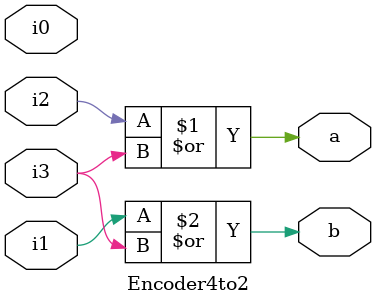
<source format=v>
`timescale 1ns / 1ps
module Encoder4to2(output a,b, input i3,i2,i1,i0);

or o1(a,i2,i3);
or o2(b,i1,i3);

or o3(i0,i1,i2,i3);

endmodule


</source>
